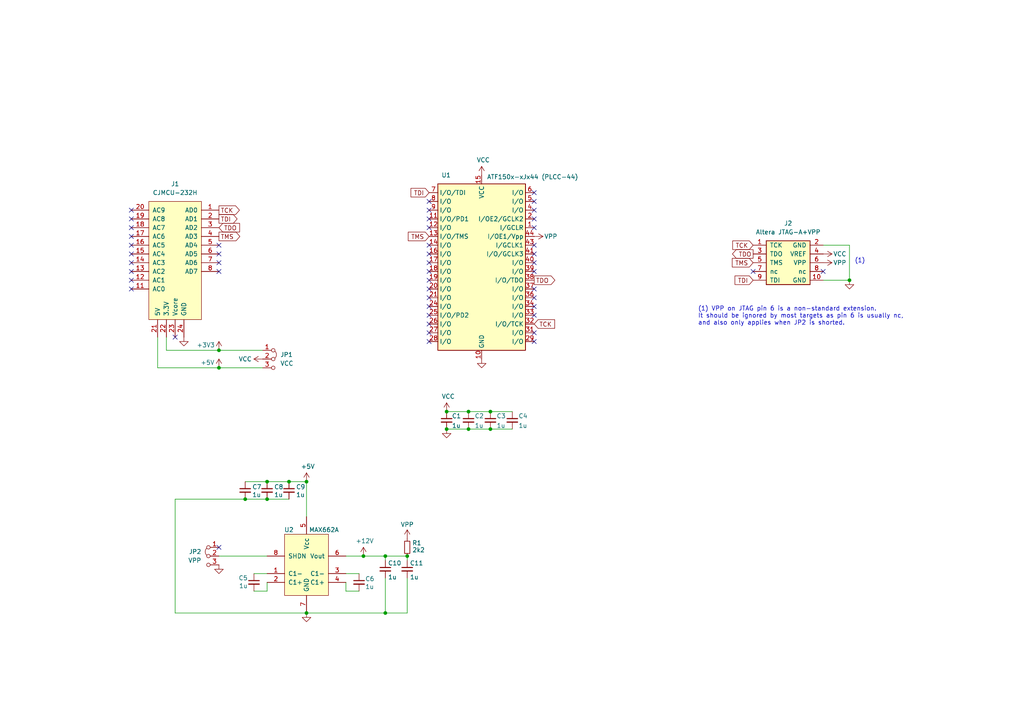
<source format=kicad_sch>
(kicad_sch (version 20231120) (generator "eeschema") (generator_version "8.0")
  (paper "A4")
  (title_block (title "ATF150x_232H") (date "2024-07-04") (rev "004") (company "Brian K. White") (comment 1 "CC-BY-SA") (comment 2 "github.com/bkw777/ATF150x_uPRG"))
  (lib_symbols
    (symbol "000_LOCAL:ATF150x-xJx44 (PLCC-44)"
      (property "Reference" "U" (at -12.446 24.892 0))
      (property "Value" "ATF150x-xJx44 (PLCC-44)" (at 1.524 24.892 0))
      (symbol "ATF150x-xJx44 (PLCC-44)_0_1"
        (rectangle (start -12.7 22.86) (end 12.7 -25.4) (stroke (width 0.254)) (fill (type background)))
      )
      (symbol "ATF150x-xJx44 (PLCC-44)_1_1"
        (pin input line (at 15.24 10.16 180) (length 2.54) (name "I/GCLR") (number "1"))
        (pin power_in line (at 0 -27.94 90) (length 2.54) (name "GND") (number "10"))
        (pin bidirectional line (at -15.24 12.7 0) (length 2.54) (name "I/O/PD1") (number "11"))
        (pin bidirectional line (at -15.24 10.16 0) (length 2.54) (name "I/O") (number "12"))
        (pin bidirectional line (at -15.24 7.62 0) (length 2.54) (name "I/O/TMS") (number "13"))
        (pin bidirectional line (at -15.24 5.08 0) (length 2.54) (name "I/O") (number "14"))
        (pin power_in line (at 0 25.4 270) (length 2.54) (name "VCC") (number "15"))
        (pin bidirectional line (at -15.24 2.54 0) (length 2.54) (name "I/O") (number "16"))
        (pin bidirectional line (at -15.24 0 0) (length 2.54) (name "I/O") (number "17"))
        (pin bidirectional line (at -15.24 -2.54 0) (length 2.54) (name "I/O") (number "18"))
        (pin bidirectional line (at -15.24 -5.08 0) (length 2.54) (name "I/O") (number "19"))
        (pin input line (at 15.24 12.7 180) (length 2.54) (name "I/OE2/GCLK2") (number "2"))
        (pin bidirectional line (at -15.24 -7.62 0) (length 2.54) (name "I/O") (number "20"))
        (pin bidirectional line (at -15.24 -10.16 0) (length 2.54) (name "I/O") (number "21"))
        (pin passive line (at 0 -27.94 90) (length 2.54) hide (name "GND") (number "22"))
        (pin passive line (at 0 25.4 270) (length 2.54) hide (name "VCC") (number "23"))
        (pin bidirectional line (at -15.24 -12.7 0) (length 2.54) (name "I/O") (number "24"))
        (pin bidirectional line (at -15.24 -15.24 0) (length 2.54) (name "I/O/PD2") (number "25"))
        (pin bidirectional line (at -15.24 -17.78 0) (length 2.54) (name "I/O") (number "26"))
        (pin bidirectional line (at -15.24 -20.32 0) (length 2.54) (name "I/O") (number "27"))
        (pin bidirectional line (at -15.24 -22.86 0) (length 2.54) (name "I/O") (number "28"))
        (pin bidirectional line (at 15.24 -22.86 180) (length 2.54) (name "I/O") (number "29"))
        (pin passive line (at 0 25.4 270) (length 2.54) hide (name "VCC") (number "3"))
        (pin passive line (at 0 -27.94 90) (length 2.54) hide (name "GND") (number "30"))
        (pin bidirectional line (at 15.24 -20.32 180) (length 2.54) (name "I/O") (number "31"))
        (pin bidirectional line (at 15.24 -17.78 180) (length 2.54) (name "I/O/TCK") (number "32"))
        (pin bidirectional line (at 15.24 -15.24 180) (length 2.54) (name "I/O") (number "33"))
        (pin bidirectional line (at 15.24 -12.7 180) (length 2.54) (name "I/O") (number "34"))
        (pin passive line (at 0 25.4 270) (length 2.54) hide (name "VCC") (number "35"))
        (pin bidirectional line (at 15.24 -10.16 180) (length 2.54) (name "I/O") (number "36"))
        (pin bidirectional line (at 15.24 -7.62 180) (length 2.54) (name "I/O") (number "37"))
        (pin bidirectional line (at 15.24 -5.08 180) (length 2.54) (name "I/O/TDO") (number "38"))
        (pin bidirectional line (at 15.24 -2.54 180) (length 2.54) (name "I/O") (number "39"))
        (pin bidirectional line (at 15.24 15.24 180) (length 2.54) (name "I/O") (number "4"))
        (pin bidirectional line (at 15.24 0 180) (length 2.54) (name "I/O") (number "40"))
        (pin bidirectional line (at 15.24 2.54 180) (length 2.54) (name "I/O/GCLK3") (number "41"))
        (pin passive line (at 0 -27.94 90) (length 2.54) hide (name "GND") (number "42"))
        (pin input line (at 15.24 5.08 180) (length 2.54) (name "I/GCLK1") (number "43"))
        (pin input line (at 15.24 7.62 180) (length 2.54) (name "I/OE1/Vpp") (number "44"))
        (pin bidirectional line (at 15.24 17.78 180) (length 2.54) (name "I/O") (number "5"))
        (pin bidirectional line (at 15.24 20.32 180) (length 2.54) (name "I/O") (number "6"))
        (pin bidirectional line (at -15.24 20.32 0) (length 2.54) (name "I/O/TDI") (number "7"))
        (pin bidirectional line (at -15.24 17.78 0) (length 2.54) (name "I/O") (number "8"))
        (pin bidirectional line (at -15.24 15.24 0) (length 2.54) (name "I/O") (number "9"))
      )
    )
    (symbol "000_LOCAL:Altera JTAG-A+VPP" (pin_names (offset 1.016))
      (property "Reference" "J" (at 0 11.43 0))
      (property "Value" "Altera JTAG-A+VPP" (at 0 8.89 0))
      (symbol "Altera JTAG-A+VPP_1_1"
        (rectangle (start -6.35 6.35) (end 6.35 -6.35) (stroke (width 0.254)) (fill (type background)))
        (pin passive line (at -10.16 5.08 0) (length 3.81) (name "TCK") (number "1"))
        (pin passive line (at 10.16 -5.08 180) (length 3.81) (name "GND") (number "10"))
        (pin passive line (at 10.16 5.08 180) (length 3.81) (name "GND") (number "2"))
        (pin passive line (at -10.16 2.54 0) (length 3.81) (name "TDO") (number "3"))
        (pin passive line (at 10.16 2.54 180) (length 3.81) (name "VREF") (number "4"))
        (pin passive line (at -10.16 0 0) (length 3.81) (name "TMS") (number "5"))
        (pin passive line (at 10.16 0 180) (length 3.81) (name "VPP") (number "6"))
        (pin passive line (at -10.16 -2.54 0) (length 3.81) (name "nc") (number "7"))
        (pin passive line (at 10.16 -2.54 180) (length 3.81) (name "nc") (number "8"))
        (pin passive line (at -10.16 -5.08 0) (length 3.81) (name "TDI") (number "9"))
      )
    )
    (symbol "000_LOCAL:C" (pin_numbers hide) (pin_names (offset 0.254) hide)
      (property "Reference" "C" (at 0.254 1.778 0))
      (property "Value" "C" (at 0.254 -2.032 0))
      (symbol "C_0_1"
        (polyline (pts (xy -1.524 -0.508) (xy 1.524 -0.508)) (stroke (width 0.3302)))
        (polyline (pts (xy -1.524 0.508) (xy 1.524 0.508)) (stroke (width 0.3048)))
      )
      (symbol "C_1_1"
        (pin passive line (at 0 2.54 270) (length 2.032) (name "~") (number "1"))
        (pin passive line (at 0 -2.54 90) (length 2.032) (name "~") (number "2"))
      )
    )
    (symbol "000_LOCAL:MAX662A" (pin_names (offset 1.016))
      (property "Reference" "U" (at -5.08 11.43 0))
      (property "Value" "MAX662A" (at 0 3.81 0))
      (symbol "MAX662A_0_1"
        (rectangle (start 6.35 12.7) (end -6.35 -5.08) (fill (type background)))
      )
      (symbol "MAX662A_1_1"
        (pin passive line (at -11.43 1.27 0) (length 5.08) (name "C1-") (number "1"))
        (pin passive line (at -11.43 -1.27 0) (length 5.08) (name "C1+") (number "2"))
        (pin passive line (at 11.43 1.27 180) (length 5.08) (name "C1-") (number "3"))
        (pin passive line (at 11.43 -1.27 180) (length 5.08) (name "C1+") (number "4"))
        (pin power_in line (at 0 17.78 270) (length 5.08) (name "Vcc") (number "5"))
        (pin power_out line (at 11.43 6.35 180) (length 5.08) (name "Vout") (number "6"))
        (pin power_in line (at 0 -10.16 90) (length 5.08) (name "GND") (number "7"))
        (pin input line (at -11.43 6.35 0) (length 5.08) (name "SHDN") (number "8"))
      )
    )
    (symbol "000_LOCAL:R" (pin_numbers hide) (pin_names (offset 0.254) hide)
      (property "Reference" "R" (at 0.762 0.508 0))
      (property "Value" "R" (at 0.762 -1.016 0))
      (symbol "R_0_1"
        (rectangle (start -0.762 1.778) (end 0.762 -1.778) (stroke (width 0.2032)))
      )
      (symbol "R_1_1"
        (pin passive line (at 0 2.54 270) (length 0.762) (name "~") (number "1"))
        (pin passive line (at 0 -2.54 90) (length 0.762) (name "~") (number "2"))
      )
    )
    (symbol "ATF2FT232HQ-rescue:+12V-power" (power) (pin_names (offset 0))
      (property "Value" "power_+12V" (at 0 3.556 0))
      (symbol "+12V-power_0_1"
        (polyline (pts (xy -0.762 1.27) (xy 0 2.54)))
        (polyline (pts (xy 0 0) (xy 0 2.54)))
        (polyline (pts (xy 0 2.54) (xy 0.762 1.27)))
      )
      (symbol "+12V-power_1_1"
        (pin power_in line (at 0 0 90) (length 0) hide (name "+12V") (number "1"))
      )
    )
    (symbol "ATF2FT232HQ-rescue:+3V3-power" (power) (pin_names (offset 0))
      (property "Value" "power_+3V3" (at 0 3.556 0))
      (symbol "+3V3-power_0_1"
        (polyline (pts (xy -0.762 1.27) (xy 0 2.54)))
        (polyline (pts (xy 0 0) (xy 0 2.54)))
        (polyline (pts (xy 0 2.54) (xy 0.762 1.27)))
      )
      (symbol "+3V3-power_1_1"
        (pin power_in line (at 0 0 90) (length 0) hide (name "+3V3") (number "1"))
      )
    )
    (symbol "ATF2FT232HQ-rescue:+5V-power" (power) (pin_names (offset 0))
      (property "Value" "power_+5V" (at 0 3.556 0))
      (symbol "+5V-power_0_1"
        (polyline (pts (xy -0.762 1.27) (xy 0 2.54)))
        (polyline (pts (xy 0 0) (xy 0 2.54)))
        (polyline (pts (xy 0 2.54) (xy 0.762 1.27)))
      )
      (symbol "+5V-power_1_1"
        (pin power_in line (at 0 0 90) (length 0) hide (name "+5V") (number "1"))
      )
    )
    (symbol "ATF2FT232HQ-rescue:GND-power" (power) (pin_names (offset 0))
      (property "Value" "power_GND" (at 0 -3.81 0))
      (symbol "GND-power_0_1"
        (polyline (pts (xy 0 0) (xy 0 -1.27) (xy 1.27 -1.27) (xy 0 -2.54) (xy -1.27 -1.27) (xy 0 -1.27)))
      )
      (symbol "GND-power_1_1"
        (pin power_in line (at 0 0 270) (length 0) hide (name "GND") (number "1"))
      )
    )
    (symbol "ATF2FT232HQ-rescue:VCC-power" (power) (pin_names (offset 0))
      (property "Value" "power_VCC" (at 0 3.81 0))
      (symbol "VCC-power_0_1"
        (polyline (pts (xy -0.762 1.27) (xy 0 2.54)))
        (polyline (pts (xy 0 0) (xy 0 2.54)))
        (polyline (pts (xy 0 2.54) (xy 0.762 1.27)))
      )
      (symbol "VCC-power_1_1"
        (pin power_in line (at 0 0 90) (length 0) hide (name "VCC") (number "1"))
      )
    )
    (symbol "CJMCU-232H_1" (pin_names (offset 1.016))
      (property "Reference" "J" (at 0 10.16 0))
      (property "Value" "CJMCU-232H" (at 0 7.62 0))
      (symbol "CJMCU-232H_1_1_1"
        (rectangle (start -7.62 5.08) (end 7.62 -29.21) (fill (type background)))
        (pin bidirectional line (at 12.7 2.54 180) (length 5.08) (name "AD0") (number "1"))
        (pin passive line (at 2.54 -34.29 90) (length 5.08) hide (name "GND") (number "10"))
        (pin bidirectional line (at -12.7 -20.32 0) (length 5.08) (name "AC0") (number "11"))
        (pin bidirectional line (at -12.7 -17.78 0) (length 5.08) (name "AC1") (number "12"))
        (pin bidirectional line (at -12.7 -15.24 0) (length 5.08) (name "AC2") (number "13"))
        (pin bidirectional line (at -12.7 -12.7 0) (length 5.08) (name "AC3") (number "14"))
        (pin bidirectional line (at -12.7 -10.16 0) (length 5.08) (name "AC4") (number "15"))
        (pin bidirectional line (at -12.7 -7.62 0) (length 5.08) (name "AC5") (number "16"))
        (pin bidirectional line (at -12.7 -5.08 0) (length 5.08) (name "AC6") (number "17"))
        (pin bidirectional line (at -12.7 -2.54 0) (length 5.08) (name "AC7") (number "18"))
        (pin bidirectional line (at -12.7 0 0) (length 5.08) (name "AC8") (number "19"))
        (pin bidirectional line (at 12.7 0 180) (length 5.08) (name "AD1") (number "2"))
        (pin bidirectional line (at -12.7 2.54 0) (length 5.08) (name "AC9") (number "20"))
        (pin power_out line (at -5.08 -34.29 90) (length 5.08) (name "5V") (number "21"))
        (pin power_out line (at -2.54 -34.29 90) (length 5.08) (name "3.3V") (number "22"))
        (pin power_out line (at 0 -34.29 90) (length 5.08) (name "Vcore") (number "23"))
        (pin power_out line (at 2.54 -34.29 90) (length 5.08) (name "GND") (number "24"))
        (pin bidirectional line (at 12.7 -2.54 180) (length 5.08) (name "AD2") (number "3"))
        (pin bidirectional line (at 12.7 -5.08 180) (length 5.08) (name "AD3") (number "4"))
        (pin bidirectional line (at 12.7 -7.62 180) (length 5.08) (name "AD4") (number "5"))
        (pin bidirectional line (at 12.7 -10.16 180) (length 5.08) (name "AD5") (number "6"))
        (pin bidirectional line (at 12.7 -12.7 180) (length 5.08) (name "AD6") (number "7"))
        (pin bidirectional line (at 12.7 -15.24 180) (length 5.08) (name "AD7") (number "8"))
        (pin passive line (at -5.08 -34.29 90) (length 5.08) hide (name "5V") (number "9"))
      )
    )
    (symbol "Jumper_3_Bridged12_1" (pin_names (offset 0) hide) (exclude_from_sim yes) (in_bom no)
      (property "Reference" "JP" (at 0 6.35 0))
      (property "Value" "Jumper_3_Bridged12" (at 0 8.89 0))
      (symbol "Jumper_3_Bridged12_1_0_0"
        (circle (center -2.54 3.048) (radius 0.508))
        (circle (center 0 3.048) (radius 0.508))
        (circle (center 2.54 3.048) (radius 0.508))
      )
      (symbol "Jumper_3_Bridged12_1_0_1"
        (arc (start -0.254 3.556) (mid -1.27 3.9768) (end -2.286 3.556))
      )
      (symbol "Jumper_3_Bridged12_1_1_1"
        (pin passive line (at -2.54 0 90) (length 2.54) (name "~") (number "1"))
        (pin passive line (at 0 0 90) (length 2.54) (name "~") (number "2"))
        (pin passive line (at 2.54 0 90) (length 2.54) (name "~") (number "3"))
      )
    )
    (symbol "power:VPP" (power) (pin_numbers hide) (pin_names (offset 0) hide)
      (property "Value" "VPP" (at 0 3.556 0))
      (symbol "VPP_0_1"
        (polyline (pts (xy -0.762 1.27) (xy 0 2.54)))
        (polyline (pts (xy 0 0) (xy 0 2.54)))
        (polyline (pts (xy 0 2.54) (xy 0.762 1.27)))
      )
      (symbol "VPP_1_1"
        (pin power_in line (at 0 0 90) (length 0) (name "~") (number "1"))
      )
    )
  )
  (junction (at 111.76 161.29))
  (junction (at 63.5 101.6))
  (junction (at 88.9 139.7))
  (junction (at 77.47 144.78))
  (junction (at 129.54 119.38))
  (junction (at 118.11 161.29))
  (junction (at 83.82 139.7))
  (junction (at 129.54 124.46))
  (junction (at 71.12 144.78))
  (junction (at 111.76 177.8))
  (junction (at 88.9 177.8))
  (junction (at 63.5 106.68))
  (junction (at 142.24 119.38))
  (junction (at 135.89 124.46))
  (junction (at 77.47 139.7))
  (junction (at 105.41 161.29))
  (junction (at 135.89 119.38))
  (junction (at 142.24 124.46))
  (junction (at 246.38 81.28))
  (no_connect (at 124.46 93.98))
  (no_connect (at 50.8 97.79))
  (no_connect (at 154.94 99.06))
  (no_connect (at 124.46 58.42))
  (no_connect (at 124.46 83.82))
  (no_connect (at 154.94 66.04))
  (no_connect (at 124.46 99.06))
  (no_connect (at 154.94 63.5))
  (no_connect (at 218.44 78.74))
  (no_connect (at 124.46 81.28))
  (no_connect (at 154.94 86.36))
  (no_connect (at 38.1 66.04))
  (no_connect (at 238.76 78.74))
  (no_connect (at 124.46 60.96))
  (no_connect (at 63.5 78.74))
  (no_connect (at 38.1 78.74))
  (no_connect (at 38.1 76.2))
  (no_connect (at 124.46 96.52))
  (no_connect (at 124.46 88.9))
  (no_connect (at 63.5 158.75))
  (no_connect (at 124.46 78.74))
  (no_connect (at 63.5 76.2))
  (no_connect (at 154.94 55.88))
  (no_connect (at 38.1 73.66))
  (no_connect (at 154.94 78.74))
  (no_connect (at 63.5 73.66))
  (no_connect (at 63.5 71.12))
  (no_connect (at 38.1 81.28))
  (no_connect (at 124.46 86.36))
  (no_connect (at 38.1 83.82))
  (no_connect (at 38.1 68.58))
  (no_connect (at 124.46 66.04))
  (no_connect (at 124.46 73.66))
  (no_connect (at 124.46 76.2))
  (no_connect (at 124.46 63.5))
  (no_connect (at 154.94 60.96))
  (no_connect (at 154.94 76.2))
  (no_connect (at 124.46 71.12))
  (no_connect (at 154.94 83.82))
  (no_connect (at 154.94 58.42))
  (no_connect (at 154.94 96.52))
  (no_connect (at 154.94 88.9))
  (no_connect (at 124.46 91.44))
  (no_connect (at 38.1 60.96))
  (no_connect (at 38.1 71.12))
  (no_connect (at 154.94 91.44))
  (no_connect (at 38.1 63.5))
  (no_connect (at 154.94 71.12))
  (no_connect (at 154.94 73.66))
  (wire (pts (xy 246.38 71.12) (xy 246.38 81.28)))
  (wire (pts (xy 118.11 177.8) (xy 118.11 167.64)))
  (wire (pts (xy 111.76 161.29) (xy 118.11 161.29)))
  (wire (pts (xy 111.76 167.64) (xy 111.76 177.8)))
  (wire (pts (xy 129.54 124.46) (xy 135.89 124.46)))
  (wire (pts (xy 238.76 71.12) (xy 246.38 71.12)))
  (wire (pts (xy 50.8 144.78) (xy 50.8 177.8)))
  (wire (pts (xy 111.76 162.56) (xy 111.76 161.29)))
  (wire (pts (xy 45.72 106.68) (xy 63.5 106.68)))
  (wire (pts (xy 50.8 177.8) (xy 88.9 177.8)))
  (wire (pts (xy 77.47 139.7) (xy 83.82 139.7)))
  (wire (pts (xy 77.47 144.78) (xy 83.82 144.78)))
  (wire (pts (xy 71.12 144.78) (xy 77.47 144.78)))
  (wire (pts (xy 129.54 119.38) (xy 135.89 119.38)))
  (wire (pts (xy 48.26 97.79) (xy 48.26 101.6)))
  (wire (pts (xy 63.5 161.29) (xy 77.47 161.29)))
  (wire (pts (xy 71.12 139.7) (xy 77.47 139.7)))
  (wire (pts (xy 142.24 124.46) (xy 148.59 124.46)))
  (wire (pts (xy 105.41 161.29) (xy 111.76 161.29)))
  (wire (pts (xy 135.89 124.46) (xy 142.24 124.46)))
  (wire (pts (xy 100.33 168.91) (xy 100.33 171.45)))
  (wire (pts (xy 238.76 81.28) (xy 246.38 81.28)))
  (wire (pts (xy 45.72 97.79) (xy 45.72 106.68)))
  (wire (pts (xy 83.82 139.7) (xy 88.9 139.7)))
  (wire (pts (xy 73.66 166.37) (xy 77.47 166.37)))
  (wire (pts (xy 50.8 144.78) (xy 71.12 144.78)))
  (wire (pts (xy 88.9 139.7) (xy 88.9 149.86)))
  (wire (pts (xy 111.76 177.8) (xy 118.11 177.8)))
  (wire (pts (xy 100.33 161.29) (xy 105.41 161.29)))
  (wire (pts (xy 77.47 171.45) (xy 77.47 168.91)))
  (wire (pts (xy 100.33 166.37) (xy 104.14 166.37)))
  (wire (pts (xy 100.33 171.45) (xy 104.14 171.45)))
  (wire (pts (xy 63.5 106.68) (xy 76.2 106.68)))
  (wire (pts (xy 63.5 101.6) (xy 76.2 101.6)))
  (wire (pts (xy 48.26 101.6) (xy 63.5 101.6)))
  (wire (pts (xy 118.11 161.29) (xy 118.11 162.56)))
  (wire (pts (xy 142.24 119.38) (xy 148.59 119.38)))
  (wire (pts (xy 88.9 177.8) (xy 111.76 177.8)))
  (wire (pts (xy 135.89 119.38) (xy 142.24 119.38)))
  (wire (pts (xy 73.66 171.45) (xy 77.47 171.45)))
  (text "(1)" (at 249.428 75.692 0) (effects (font (size 1.27 1.27))))
  (text "(1) VPP on JTAG pin 6 is a non-standard extension.\nIt should be ignored by most targets as pin 6 is usually nc,\nand also only applies when JP2 is shorted." (at 202.438 94.488 0) (effects (font (size 1.27 1.27)) (justify left bottom)))
  (global_label "TCK" (shape output) (at 63.5 60.96 0) (property "Intersheetrefs" "${INTERSHEET_REFS}" (effects (hide yes))))
  (global_label "TDO" (shape output) (at 218.44 73.66 180) (property "Intersheetrefs" "${INTERSHEET_REFS}" (effects (hide yes))))
  (global_label "TCK" (shape input) (at 218.44 71.12 180) (property "Intersheetrefs" "${INTERSHEET_REFS}" (effects (hide yes))))
  (global_label "TDI" (shape input) (at 218.44 81.28 180) (property "Intersheetrefs" "${INTERSHEET_REFS}" (effects (hide yes))))
  (global_label "TDI" (shape output) (at 63.5 63.5 0) (property "Intersheetrefs" "${INTERSHEET_REFS}" (effects (hide yes))))
  (global_label "TMS" (shape output) (at 63.5 68.58 0) (property "Intersheetrefs" "${INTERSHEET_REFS}" (effects (hide yes))))
  (global_label "TCK" (shape input) (at 154.94 93.98 0) (property "Intersheetrefs" "${INTERSHEET_REFS}" (effects (hide yes))))
  (global_label "TMS" (shape input) (at 124.46 68.58 180) (property "Intersheetrefs" "${INTERSHEET_REFS}" (effects (hide yes))))
  (global_label "TMS" (shape input) (at 218.44 76.2 180) (property "Intersheetrefs" "${INTERSHEET_REFS}" (effects (hide yes))))
  (global_label "TDI" (shape input) (at 124.46 55.88 180) (property "Intersheetrefs" "${INTERSHEET_REFS}" (effects (hide yes))))
  (global_label "TDO" (shape output) (at 154.94 81.28 0) (property "Intersheetrefs" "${INTERSHEET_REFS}" (effects (hide yes))))
  (global_label "TDO" (shape input) (at 63.5 66.04 0) (property "Intersheetrefs" "${INTERSHEET_REFS}" (effects (hide yes))))
  (symbol (lib_id "ATF2FT232HQ-rescue:GND-power") (at 53.34 97.79 0) (unit 1)
    (property "Reference" "#PWR0101" (effects (hide yes)))
    (property "Value" "GND" (effects (hide yes)))
  )
  (symbol (lib_id "ATF2FT232HQ-rescue:+3V3-power") (at 63.5 101.6 0) (unit 1)
    (property "Reference" "#PWR0103" (effects (hide yes)))
    (property "Value" "+3V3" (at 59.69 100.076 0))
  )
  (symbol (lib_id "ATF2FT232HQ-rescue:+5V-power") (at 63.5 106.68 0) (unit 1)
    (property "Reference" "#PWR0104" (effects (hide yes)))
    (property "Value" "+5V" (at 60.198 105.156 0))
  )
  (symbol (lib_id "000_LOCAL:C") (at 129.54 121.92 0) (unit 1)
    (property "Reference" "C1" (at 131.064 120.65 0) (effects (justify left)))
    (property "Value" "1u" (at 131.064 123.444 0) (effects (justify left)))
    (property "Footprint" "000_LOCAL:C_0805" (effects (hide yes)))
    (property "Description" "Unpolarized capacitor, small symbol" (effects (hide yes)))
  )
  (symbol (lib_id "000_LOCAL:MAX662A") (at 88.9 167.64 0) (unit 1)
    (property "Reference" "U2" (at 83.82 153.67 0))
    (property "Value" "MAX662A" (at 93.98 153.67 0))
    (property "Footprint" "000_LOCAL:SOIC-8" (effects (hide yes)))
    (property "Datasheet" "datasheets/MAX662A.pdf" (effects (hide yes)))
    (property "Description" "12v 30ma supply" (effects (hide yes)))
  )
  (symbol (lib_id "000_LOCAL:C") (at 73.66 168.91 0) (unit 1)
    (property "Reference" "C5" (at 71.882 167.64 0) (effects (justify right)))
    (property "Value" "1u" (at 71.882 169.926 0) (effects (justify right)))
    (property "Footprint" "000_LOCAL:C_0805" (effects (hide yes)))
    (property "Description" "Unpolarized capacitor, small symbol" (effects (hide yes)))
  )
  (symbol (lib_id "ATF2FT232HQ-rescue:VCC-power") (at 238.76 73.66 270) (unit 1)
    (property "Reference" "#PWR0116" (effects (hide yes)))
    (property "Value" "VCC" (at 243.586 73.66 90))
  )
  (symbol (lib_id "ATF2FT232HQ-rescue:+12V-power") (at 105.41 161.29 0) (unit 1)
    (property "Reference" "#PWR0109" (effects (hide yes)))
    (property "Value" "+12V" (at 105.791 156.8958 0))
  )
  (symbol (lib_id "ATF2FT232HQ-rescue:+5V-power") (at 88.9 139.7 0) (unit 1)
    (property "Reference" "#PWR0110" (effects (hide yes)))
    (property "Value" "+5V" (at 89.281 135.3058 0))
  )
  (symbol (lib_id "power:VPP") (at 154.94 68.58 270) (unit 1)
    (property "Reference" "#PWR010" (effects (hide yes)))
    (property "Value" "VPP" (at 159.766 68.58 90))
    (property "Description" "Power symbol creates a global label with name \"VPP\"" (effects (hide yes)))
  )
  (symbol (lib_id "ATF2FT232HQ-rescue:GND-power") (at 246.38 81.28 0) (unit 1)
    (property "Reference" "#PWR03" (effects (hide yes)))
    (property "Value" "GND" (effects (hide yes)))
  )
  (symbol (lib_id "000_LOCAL:C") (at 142.24 121.92 0) (unit 1)
    (property "Reference" "C3" (at 144.018 120.65 0) (effects (justify left)))
    (property "Value" "1u" (at 144.018 123.444 0) (effects (justify left)))
    (property "Footprint" "000_LOCAL:C_0805" (effects (hide yes)))
    (property "Description" "Unpolarized capacitor, small symbol" (effects (hide yes)))
  )
  (symbol (lib_id "000_LOCAL:C") (at 148.59 121.92 0) (unit 1)
    (property "Reference" "C4" (at 150.368 120.65 0) (effects (justify left)))
    (property "Value" "1u" (at 150.368 123.444 0) (effects (justify left)))
    (property "Footprint" "000_LOCAL:C_0805" (effects (hide yes)))
    (property "Description" "Unpolarized capacitor, small symbol" (effects (hide yes)))
  )
  (symbol (lib_id "000_LOCAL:R") (at 118.11 158.75 180) (unit 1)
    (property "Reference" "R1" (at 120.904 157.48 0))
    (property "Value" "2k2" (at 121.412 159.512 0))
    (property "Footprint" "000_LOCAL:R_0805" (effects (hide yes)))
    (property "Description" "Resistor, small symbol" (effects (hide yes)))
  )
  (symbol (lib_id "ATF2FT232HQ-rescue:GND-power") (at 139.7 104.14 0) (unit 1)
    (property "Reference" "#PWR07" (effects (hide yes)))
    (property "Value" "GND" (effects (hide yes)))
  )
  (symbol (lib_id "000_LOCAL:C") (at 135.89 121.92 0) (unit 1)
    (property "Reference" "C2" (at 137.668 120.65 0) (effects (justify left)))
    (property "Value" "1u" (at 137.668 123.444 0) (effects (justify left)))
    (property "Footprint" "000_LOCAL:C_0805" (effects (hide yes)))
    (property "Description" "Unpolarized capacitor, small symbol" (effects (hide yes)))
  )
  (symbol (lib_id "ATF2FT232HQ-rescue:GND-power") (at 63.5 163.83 0) (unit 1)
    (property "Reference" "#PWR012" (effects (hide yes)))
    (property "Value" "GND" (effects (hide yes)))
  )
  (symbol (lib_name "Jumper_3_Bridged12_1") (lib_id "000_LOCAL:Jumper_3_Bridged12") (at 76.2 104.14 270) (unit 1) (exclude_from_sim yes) (in_bom no)
    (property "Reference" "JP1" (at 81.28 102.8699 90) (effects (justify left)))
    (property "Value" "VCC" (at 81.28 105.4099 90) (effects (justify left)))
    (property "Footprint" "000_LOCAL:PinHeader_1x03_P2.54mm_Vertical" (effects (hide yes)))
    (property "Description" "Jumper, 3-pole, pins 1+2 closed/bridged" (effects (hide yes)))
  )
  (symbol (lib_id "ATF2FT232HQ-rescue:GND-power") (at 129.54 124.46 0) (unit 1)
    (property "Reference" "#PWR06" (effects (hide yes)))
    (property "Value" "GND" (effects (hide yes)))
  )
  (symbol (lib_id "ATF2FT232HQ-rescue:VCC-power") (at 139.7 50.8 0) (unit 1)
    (property "Reference" "#PWR08" (effects (hide yes)))
    (property "Value" "VCC" (at 140.1572 46.4058 0))
  )
  (symbol (lib_id "000_LOCAL:C") (at 83.82 142.24 0) (unit 1)
    (property "Reference" "C9" (at 85.852 141.224 0) (effects (justify left)))
    (property "Value" "1u" (at 85.852 143.51 0) (effects (justify left)))
    (property "Footprint" "000_LOCAL:C_0805" (effects (hide yes)))
    (property "Description" "Unpolarized capacitor, small symbol" (effects (hide yes)))
  )
  (symbol (lib_name "CJMCU-232H_1") (lib_id "000_LOCAL:CJMCU-232H") (at 50.8 63.5 0) (unit 1)
    (property "Reference" "J1" (at 50.8 53.34 0))
    (property "Value" "CJMCU-232H" (at 50.8 55.88 0))
    (property "Footprint" "000_LOCAL:CJMCU-232H" (effects (hide yes)))
  )
  (symbol (lib_id "000_LOCAL:C") (at 104.14 168.91 0) (unit 1)
    (property "Reference" "C6" (at 105.918 167.894 0) (effects (justify left)))
    (property "Value" "1u" (at 105.918 170.18 0) (effects (justify left)))
    (property "Footprint" "000_LOCAL:C_0805" (effects (hide yes)))
    (property "Description" "Unpolarized capacitor, small symbol" (effects (hide yes)))
  )
  (symbol (lib_id "000_LOCAL:C") (at 77.47 142.24 0) (unit 1)
    (property "Reference" "C8" (at 79.502 141.224 0) (effects (justify left)))
    (property "Value" "1u" (at 79.502 143.51 0) (effects (justify left)))
    (property "Footprint" "000_LOCAL:C_0805" (effects (hide yes)))
    (property "Description" "Unpolarized capacitor, small symbol" (effects (hide yes)))
  )
  (symbol (lib_id "ATF2FT232HQ-rescue:VCC-power") (at 76.2 104.14 90) (unit 1)
    (property "Reference" "#PWR02" (effects (hide yes)))
    (property "Value" "VCC" (at 71.12 104.14 90))
  )
  (symbol (lib_id "power:VPP") (at 238.76 76.2 270) (unit 1)
    (property "Reference" "#PWR09" (effects (hide yes)))
    (property "Value" "VPP" (at 243.586 76.2 90))
    (property "Description" "Power symbol creates a global label with name \"VPP\"" (effects (hide yes)))
  )
  (symbol (lib_id "000_LOCAL:Altera JTAG-A+VPP") (at 228.6 76.2 0) (unit 1)
    (property "Reference" "J2" (at 228.6 64.77 0))
    (property "Value" "Altera JTAG-A+VPP" (at 228.6 67.31 0))
    (property "Footprint" "000_LOCAL:IDC-Header_2x05_P2.54mm_Vertical" (effects (hide yes)))
    (property "Datasheet" "datasheets/JTAG-A.pdf" (effects (hide yes)))
    (property "Description" "Generic connector, double row, 02x05, odd/even pin numbering scheme (row 1 odd numbers, row 2 even numbers), script generated (kicad-library-utils/schlib/autogen/connector/)" (effects (hide yes)))
  )
  (symbol (lib_id "000_LOCAL:ATF150x-xJx44 (PLCC-44)") (at 139.7 76.2 0) (unit 1)
    (property "Reference" "U1" (at 128.016 50.8 0) (effects (justify left)))
    (property "Value" "ATF150x-xJx44 (PLCC-44)" (at 141.224 51.308 0) (effects (justify left)))
    (property "Footprint" "000_LOCAL:PLCC-44_THT-Socket" (effects (hide yes)))
    (property "Datasheet" "datasheets/ATF1504AS.pdf" (effects (hide yes)))
    (property "Description" "Microchip CPLD, 32/64 Macrocell, PLCC-44, 1V8, 3V3, 5V" (effects (hide yes)))
  )
  (symbol (lib_id "ATF2FT232HQ-rescue:VCC-power") (at 129.54 119.38 0) (unit 1)
    (property "Reference" "#PWR05" (effects (hide yes)))
    (property "Value" "VCC" (at 129.9972 114.9858 0))
  )
  (symbol (lib_id "power:VPP") (at 118.11 156.21 0) (unit 1)
    (property "Reference" "#PWR04" (effects (hide yes)))
    (property "Value" "VPP" (at 118.11 152.146 0))
    (property "Description" "Power symbol creates a global label with name \"VPP\"" (effects (hide yes)))
  )
  (symbol (lib_id "000_LOCAL:C") (at 71.12 142.24 0) (unit 1)
    (property "Reference" "C7" (at 73.152 141.224 0) (effects (justify left)))
    (property "Value" "1u" (at 73.152 143.51 0) (effects (justify left)))
    (property "Footprint" "000_LOCAL:C_0805" (effects (hide yes)))
    (property "Description" "Unpolarized capacitor, small symbol" (effects (hide yes)))
  )
  (symbol (lib_id "000_LOCAL:C") (at 111.76 165.1 0) (unit 1)
    (property "Reference" "C10" (at 112.522 163.322 0) (effects (justify left)))
    (property "Value" "1u" (at 112.522 167.386 0) (effects (justify left)))
    (property "Footprint" "000_LOCAL:C_0805" (effects (hide yes)))
    (property "Description" "Unpolarized capacitor, small symbol" (effects (hide yes)))
  )
  (symbol (lib_name "Jumper_3_Bridged12_1") (lib_id "000_LOCAL:Jumper_3_Bridged12") (at 63.5 161.29 90) (mirror x) (unit 1) (exclude_from_sim yes) (in_bom no)
    (property "Reference" "JP2" (at 58.42 160.0199 90) (effects (justify left)))
    (property "Value" "VPP" (at 58.42 162.5599 90) (effects (justify left)))
    (property "Footprint" "000_LOCAL:PinHeader_1x03_P2.54mm_Vertical" (effects (hide yes)))
    (property "Description" "Jumper, 3-pole, pins 1+2 closed/bridged" (effects (hide yes)))
  )
  (symbol (lib_id "000_LOCAL:C") (at 118.11 165.1 0) (unit 1)
    (property "Reference" "C11" (at 118.872 163.322 0) (effects (justify left)))
    (property "Value" "1u" (at 118.872 167.386 0) (effects (justify left)))
    (property "Footprint" "000_LOCAL:C_0805" (effects (hide yes)))
    (property "Description" "Unpolarized capacitor, small symbol" (effects (hide yes)))
  )
  (symbol (lib_id "ATF2FT232HQ-rescue:GND-power") (at 88.9 177.8 0) (unit 1)
    (property "Reference" "#PWR01" (effects (hide yes)))
    (property "Value" "GND" (effects (hide yes)))
  )
)
</source>
